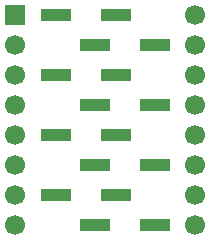
<source format=gbs>
G04 #@! TF.GenerationSoftware,KiCad,Pcbnew,9.0.6*
G04 #@! TF.CreationDate,2026-01-05T14:24:44-06:00*
G04 #@! TF.ProjectId,SOIC-16_3.9x9.9_P1.27,534f4943-2d31-4365-9f33-2e3978392e39,rev?*
G04 #@! TF.SameCoordinates,Original*
G04 #@! TF.FileFunction,Soldermask,Bot*
G04 #@! TF.FilePolarity,Negative*
%FSLAX46Y46*%
G04 Gerber Fmt 4.6, Leading zero omitted, Abs format (unit mm)*
G04 Created by KiCad (PCBNEW 9.0.6) date 2026-01-05 14:24:44*
%MOMM*%
%LPD*%
G01*
G04 APERTURE LIST*
%ADD10R,2.510000X1.000000*%
%ADD11C,1.700000*%
%ADD12R,1.700000X1.700000*%
G04 APERTURE END LIST*
D10*
X127631000Y-89896000D03*
X130941000Y-92436000D03*
X127631000Y-94976000D03*
X130941000Y-97516000D03*
X127631000Y-100056000D03*
X130941000Y-102596000D03*
X127631000Y-105136000D03*
X130941000Y-107676000D03*
X122551000Y-89896000D03*
X125861000Y-92436000D03*
X122551000Y-94976000D03*
X125861000Y-97516000D03*
X122551000Y-100056000D03*
X125861000Y-102596000D03*
X122551000Y-105136000D03*
X125861000Y-107676000D03*
D11*
X134366000Y-107676001D03*
X134366000Y-105136000D03*
X134366000Y-102596000D03*
X134366000Y-100056000D03*
X134366000Y-97516000D03*
X134366000Y-94975999D03*
X134366000Y-92436000D03*
X134366000Y-89896000D03*
D12*
X119126000Y-89896000D03*
D11*
X119126000Y-92436000D03*
X119126000Y-94976000D03*
X119126000Y-97516000D03*
X119126000Y-100056000D03*
X119126000Y-102596000D03*
X119126000Y-105136000D03*
X119126000Y-107676000D03*
M02*

</source>
